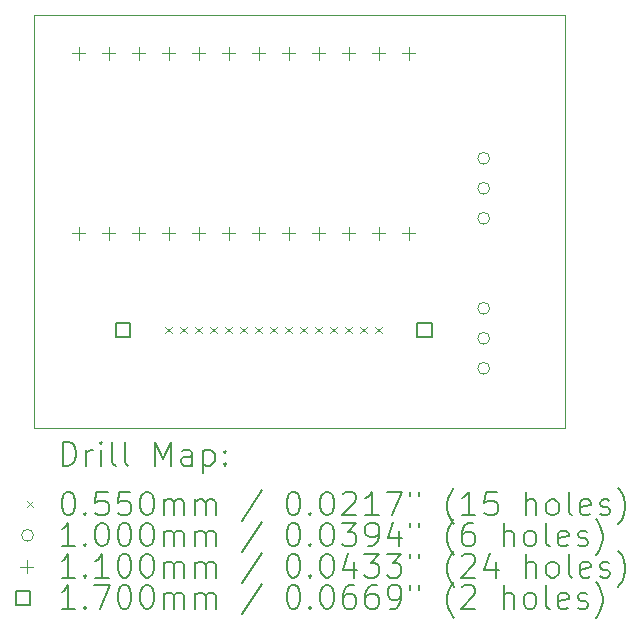
<source format=gbr>
%TF.GenerationSoftware,KiCad,Pcbnew,7.0.1*%
%TF.CreationDate,2023-04-10T15:17:27+02:00*%
%TF.ProjectId,LightingNodeProV2,4c696768-7469-46e6-974e-6f646550726f,rev?*%
%TF.SameCoordinates,Original*%
%TF.FileFunction,Drillmap*%
%TF.FilePolarity,Positive*%
%FSLAX45Y45*%
G04 Gerber Fmt 4.5, Leading zero omitted, Abs format (unit mm)*
G04 Created by KiCad (PCBNEW 7.0.1) date 2023-04-10 15:17:27*
%MOMM*%
%LPD*%
G01*
G04 APERTURE LIST*
%ADD10C,0.050000*%
%ADD11C,0.200000*%
%ADD12C,0.055000*%
%ADD13C,0.100000*%
%ADD14C,0.110000*%
%ADD15C,0.170000*%
G04 APERTURE END LIST*
D10*
X16692000Y-11068000D02*
X16692000Y-7568000D01*
X16692000Y-11068000D02*
X12192000Y-11068000D01*
X16692000Y-7568000D02*
X12192000Y-7568000D01*
X12192000Y-11068000D02*
X12192000Y-7568000D01*
D11*
D12*
X13307500Y-10206500D02*
X13362500Y-10261500D01*
X13362500Y-10206500D02*
X13307500Y-10261500D01*
X13434500Y-10206500D02*
X13489500Y-10261500D01*
X13489500Y-10206500D02*
X13434500Y-10261500D01*
X13561500Y-10206500D02*
X13616500Y-10261500D01*
X13616500Y-10206500D02*
X13561500Y-10261500D01*
X13688500Y-10206500D02*
X13743500Y-10261500D01*
X13743500Y-10206500D02*
X13688500Y-10261500D01*
X13815500Y-10206500D02*
X13870500Y-10261500D01*
X13870500Y-10206500D02*
X13815500Y-10261500D01*
X13942500Y-10206500D02*
X13997500Y-10261500D01*
X13997500Y-10206500D02*
X13942500Y-10261500D01*
X14069500Y-10206500D02*
X14124500Y-10261500D01*
X14124500Y-10206500D02*
X14069500Y-10261500D01*
X14196500Y-10206500D02*
X14251500Y-10261500D01*
X14251500Y-10206500D02*
X14196500Y-10261500D01*
X14323500Y-10206500D02*
X14378500Y-10261500D01*
X14378500Y-10206500D02*
X14323500Y-10261500D01*
X14450500Y-10206500D02*
X14505500Y-10261500D01*
X14505500Y-10206500D02*
X14450500Y-10261500D01*
X14577500Y-10206500D02*
X14632500Y-10261500D01*
X14632500Y-10206500D02*
X14577500Y-10261500D01*
X14704500Y-10206500D02*
X14759500Y-10261500D01*
X14759500Y-10206500D02*
X14704500Y-10261500D01*
X14831500Y-10206500D02*
X14886500Y-10261500D01*
X14886500Y-10206500D02*
X14831500Y-10261500D01*
X14958500Y-10206500D02*
X15013500Y-10261500D01*
X15013500Y-10206500D02*
X14958500Y-10261500D01*
X15085500Y-10206500D02*
X15140500Y-10261500D01*
X15140500Y-10206500D02*
X15085500Y-10261500D01*
D13*
X16052000Y-8782000D02*
G75*
G03*
X16052000Y-8782000I-50000J0D01*
G01*
X16052000Y-9036000D02*
G75*
G03*
X16052000Y-9036000I-50000J0D01*
G01*
X16052000Y-9290000D02*
G75*
G03*
X16052000Y-9290000I-50000J0D01*
G01*
X16052000Y-10052000D02*
G75*
G03*
X16052000Y-10052000I-50000J0D01*
G01*
X16052000Y-10306000D02*
G75*
G03*
X16052000Y-10306000I-50000J0D01*
G01*
X16052000Y-10560000D02*
G75*
G03*
X16052000Y-10560000I-50000J0D01*
G01*
D14*
X12573000Y-7838000D02*
X12573000Y-7948000D01*
X12518000Y-7893000D02*
X12628000Y-7893000D01*
X12573000Y-9362000D02*
X12573000Y-9472000D01*
X12518000Y-9417000D02*
X12628000Y-9417000D01*
X12827000Y-7838000D02*
X12827000Y-7948000D01*
X12772000Y-7893000D02*
X12882000Y-7893000D01*
X12827000Y-9362000D02*
X12827000Y-9472000D01*
X12772000Y-9417000D02*
X12882000Y-9417000D01*
X13081000Y-7838000D02*
X13081000Y-7948000D01*
X13026000Y-7893000D02*
X13136000Y-7893000D01*
X13081000Y-9362000D02*
X13081000Y-9472000D01*
X13026000Y-9417000D02*
X13136000Y-9417000D01*
X13335000Y-7838000D02*
X13335000Y-7948000D01*
X13280000Y-7893000D02*
X13390000Y-7893000D01*
X13335000Y-9362000D02*
X13335000Y-9472000D01*
X13280000Y-9417000D02*
X13390000Y-9417000D01*
X13589000Y-7838000D02*
X13589000Y-7948000D01*
X13534000Y-7893000D02*
X13644000Y-7893000D01*
X13589000Y-9362000D02*
X13589000Y-9472000D01*
X13534000Y-9417000D02*
X13644000Y-9417000D01*
X13843000Y-7838000D02*
X13843000Y-7948000D01*
X13788000Y-7893000D02*
X13898000Y-7893000D01*
X13843000Y-9362000D02*
X13843000Y-9472000D01*
X13788000Y-9417000D02*
X13898000Y-9417000D01*
X14097000Y-7838000D02*
X14097000Y-7948000D01*
X14042000Y-7893000D02*
X14152000Y-7893000D01*
X14097000Y-9362000D02*
X14097000Y-9472000D01*
X14042000Y-9417000D02*
X14152000Y-9417000D01*
X14351000Y-7838000D02*
X14351000Y-7948000D01*
X14296000Y-7893000D02*
X14406000Y-7893000D01*
X14351000Y-9362000D02*
X14351000Y-9472000D01*
X14296000Y-9417000D02*
X14406000Y-9417000D01*
X14605000Y-7838000D02*
X14605000Y-7948000D01*
X14550000Y-7893000D02*
X14660000Y-7893000D01*
X14605000Y-9362000D02*
X14605000Y-9472000D01*
X14550000Y-9417000D02*
X14660000Y-9417000D01*
X14859000Y-7838000D02*
X14859000Y-7948000D01*
X14804000Y-7893000D02*
X14914000Y-7893000D01*
X14859000Y-9362000D02*
X14859000Y-9472000D01*
X14804000Y-9417000D02*
X14914000Y-9417000D01*
X15113000Y-7838000D02*
X15113000Y-7948000D01*
X15058000Y-7893000D02*
X15168000Y-7893000D01*
X15113000Y-9362000D02*
X15113000Y-9472000D01*
X15058000Y-9417000D02*
X15168000Y-9417000D01*
X15367000Y-7838000D02*
X15367000Y-7948000D01*
X15312000Y-7893000D02*
X15422000Y-7893000D01*
X15367000Y-9362000D02*
X15367000Y-9472000D01*
X15312000Y-9417000D02*
X15422000Y-9417000D01*
D15*
X13007105Y-10294105D02*
X13007105Y-10173895D01*
X12886895Y-10173895D01*
X12886895Y-10294105D01*
X13007105Y-10294105D01*
X15561105Y-10294105D02*
X15561105Y-10173895D01*
X15440895Y-10173895D01*
X15440895Y-10294105D01*
X15561105Y-10294105D01*
D11*
X12437119Y-11383024D02*
X12437119Y-11183024D01*
X12437119Y-11183024D02*
X12484738Y-11183024D01*
X12484738Y-11183024D02*
X12513309Y-11192548D01*
X12513309Y-11192548D02*
X12532357Y-11211595D01*
X12532357Y-11211595D02*
X12541881Y-11230643D01*
X12541881Y-11230643D02*
X12551405Y-11268738D01*
X12551405Y-11268738D02*
X12551405Y-11297309D01*
X12551405Y-11297309D02*
X12541881Y-11335405D01*
X12541881Y-11335405D02*
X12532357Y-11354452D01*
X12532357Y-11354452D02*
X12513309Y-11373500D01*
X12513309Y-11373500D02*
X12484738Y-11383024D01*
X12484738Y-11383024D02*
X12437119Y-11383024D01*
X12637119Y-11383024D02*
X12637119Y-11249690D01*
X12637119Y-11287786D02*
X12646643Y-11268738D01*
X12646643Y-11268738D02*
X12656167Y-11259214D01*
X12656167Y-11259214D02*
X12675214Y-11249690D01*
X12675214Y-11249690D02*
X12694262Y-11249690D01*
X12760928Y-11383024D02*
X12760928Y-11249690D01*
X12760928Y-11183024D02*
X12751405Y-11192548D01*
X12751405Y-11192548D02*
X12760928Y-11202071D01*
X12760928Y-11202071D02*
X12770452Y-11192548D01*
X12770452Y-11192548D02*
X12760928Y-11183024D01*
X12760928Y-11183024D02*
X12760928Y-11202071D01*
X12884738Y-11383024D02*
X12865690Y-11373500D01*
X12865690Y-11373500D02*
X12856167Y-11354452D01*
X12856167Y-11354452D02*
X12856167Y-11183024D01*
X12989500Y-11383024D02*
X12970452Y-11373500D01*
X12970452Y-11373500D02*
X12960928Y-11354452D01*
X12960928Y-11354452D02*
X12960928Y-11183024D01*
X13218071Y-11383024D02*
X13218071Y-11183024D01*
X13218071Y-11183024D02*
X13284738Y-11325881D01*
X13284738Y-11325881D02*
X13351405Y-11183024D01*
X13351405Y-11183024D02*
X13351405Y-11383024D01*
X13532357Y-11383024D02*
X13532357Y-11278262D01*
X13532357Y-11278262D02*
X13522833Y-11259214D01*
X13522833Y-11259214D02*
X13503786Y-11249690D01*
X13503786Y-11249690D02*
X13465690Y-11249690D01*
X13465690Y-11249690D02*
X13446643Y-11259214D01*
X13532357Y-11373500D02*
X13513309Y-11383024D01*
X13513309Y-11383024D02*
X13465690Y-11383024D01*
X13465690Y-11383024D02*
X13446643Y-11373500D01*
X13446643Y-11373500D02*
X13437119Y-11354452D01*
X13437119Y-11354452D02*
X13437119Y-11335405D01*
X13437119Y-11335405D02*
X13446643Y-11316357D01*
X13446643Y-11316357D02*
X13465690Y-11306833D01*
X13465690Y-11306833D02*
X13513309Y-11306833D01*
X13513309Y-11306833D02*
X13532357Y-11297309D01*
X13627595Y-11249690D02*
X13627595Y-11449690D01*
X13627595Y-11259214D02*
X13646643Y-11249690D01*
X13646643Y-11249690D02*
X13684738Y-11249690D01*
X13684738Y-11249690D02*
X13703786Y-11259214D01*
X13703786Y-11259214D02*
X13713309Y-11268738D01*
X13713309Y-11268738D02*
X13722833Y-11287786D01*
X13722833Y-11287786D02*
X13722833Y-11344928D01*
X13722833Y-11344928D02*
X13713309Y-11363976D01*
X13713309Y-11363976D02*
X13703786Y-11373500D01*
X13703786Y-11373500D02*
X13684738Y-11383024D01*
X13684738Y-11383024D02*
X13646643Y-11383024D01*
X13646643Y-11383024D02*
X13627595Y-11373500D01*
X13808548Y-11363976D02*
X13818071Y-11373500D01*
X13818071Y-11373500D02*
X13808548Y-11383024D01*
X13808548Y-11383024D02*
X13799024Y-11373500D01*
X13799024Y-11373500D02*
X13808548Y-11363976D01*
X13808548Y-11363976D02*
X13808548Y-11383024D01*
X13808548Y-11259214D02*
X13818071Y-11268738D01*
X13818071Y-11268738D02*
X13808548Y-11278262D01*
X13808548Y-11278262D02*
X13799024Y-11268738D01*
X13799024Y-11268738D02*
X13808548Y-11259214D01*
X13808548Y-11259214D02*
X13808548Y-11278262D01*
D12*
X12134500Y-11683000D02*
X12189500Y-11738000D01*
X12189500Y-11683000D02*
X12134500Y-11738000D01*
D11*
X12475214Y-11603024D02*
X12494262Y-11603024D01*
X12494262Y-11603024D02*
X12513309Y-11612548D01*
X12513309Y-11612548D02*
X12522833Y-11622071D01*
X12522833Y-11622071D02*
X12532357Y-11641119D01*
X12532357Y-11641119D02*
X12541881Y-11679214D01*
X12541881Y-11679214D02*
X12541881Y-11726833D01*
X12541881Y-11726833D02*
X12532357Y-11764928D01*
X12532357Y-11764928D02*
X12522833Y-11783976D01*
X12522833Y-11783976D02*
X12513309Y-11793500D01*
X12513309Y-11793500D02*
X12494262Y-11803024D01*
X12494262Y-11803024D02*
X12475214Y-11803024D01*
X12475214Y-11803024D02*
X12456167Y-11793500D01*
X12456167Y-11793500D02*
X12446643Y-11783976D01*
X12446643Y-11783976D02*
X12437119Y-11764928D01*
X12437119Y-11764928D02*
X12427595Y-11726833D01*
X12427595Y-11726833D02*
X12427595Y-11679214D01*
X12427595Y-11679214D02*
X12437119Y-11641119D01*
X12437119Y-11641119D02*
X12446643Y-11622071D01*
X12446643Y-11622071D02*
X12456167Y-11612548D01*
X12456167Y-11612548D02*
X12475214Y-11603024D01*
X12627595Y-11783976D02*
X12637119Y-11793500D01*
X12637119Y-11793500D02*
X12627595Y-11803024D01*
X12627595Y-11803024D02*
X12618071Y-11793500D01*
X12618071Y-11793500D02*
X12627595Y-11783976D01*
X12627595Y-11783976D02*
X12627595Y-11803024D01*
X12818071Y-11603024D02*
X12722833Y-11603024D01*
X12722833Y-11603024D02*
X12713309Y-11698262D01*
X12713309Y-11698262D02*
X12722833Y-11688738D01*
X12722833Y-11688738D02*
X12741881Y-11679214D01*
X12741881Y-11679214D02*
X12789500Y-11679214D01*
X12789500Y-11679214D02*
X12808548Y-11688738D01*
X12808548Y-11688738D02*
X12818071Y-11698262D01*
X12818071Y-11698262D02*
X12827595Y-11717309D01*
X12827595Y-11717309D02*
X12827595Y-11764928D01*
X12827595Y-11764928D02*
X12818071Y-11783976D01*
X12818071Y-11783976D02*
X12808548Y-11793500D01*
X12808548Y-11793500D02*
X12789500Y-11803024D01*
X12789500Y-11803024D02*
X12741881Y-11803024D01*
X12741881Y-11803024D02*
X12722833Y-11793500D01*
X12722833Y-11793500D02*
X12713309Y-11783976D01*
X13008548Y-11603024D02*
X12913309Y-11603024D01*
X12913309Y-11603024D02*
X12903786Y-11698262D01*
X12903786Y-11698262D02*
X12913309Y-11688738D01*
X12913309Y-11688738D02*
X12932357Y-11679214D01*
X12932357Y-11679214D02*
X12979976Y-11679214D01*
X12979976Y-11679214D02*
X12999024Y-11688738D01*
X12999024Y-11688738D02*
X13008548Y-11698262D01*
X13008548Y-11698262D02*
X13018071Y-11717309D01*
X13018071Y-11717309D02*
X13018071Y-11764928D01*
X13018071Y-11764928D02*
X13008548Y-11783976D01*
X13008548Y-11783976D02*
X12999024Y-11793500D01*
X12999024Y-11793500D02*
X12979976Y-11803024D01*
X12979976Y-11803024D02*
X12932357Y-11803024D01*
X12932357Y-11803024D02*
X12913309Y-11793500D01*
X12913309Y-11793500D02*
X12903786Y-11783976D01*
X13141881Y-11603024D02*
X13160929Y-11603024D01*
X13160929Y-11603024D02*
X13179976Y-11612548D01*
X13179976Y-11612548D02*
X13189500Y-11622071D01*
X13189500Y-11622071D02*
X13199024Y-11641119D01*
X13199024Y-11641119D02*
X13208548Y-11679214D01*
X13208548Y-11679214D02*
X13208548Y-11726833D01*
X13208548Y-11726833D02*
X13199024Y-11764928D01*
X13199024Y-11764928D02*
X13189500Y-11783976D01*
X13189500Y-11783976D02*
X13179976Y-11793500D01*
X13179976Y-11793500D02*
X13160929Y-11803024D01*
X13160929Y-11803024D02*
X13141881Y-11803024D01*
X13141881Y-11803024D02*
X13122833Y-11793500D01*
X13122833Y-11793500D02*
X13113309Y-11783976D01*
X13113309Y-11783976D02*
X13103786Y-11764928D01*
X13103786Y-11764928D02*
X13094262Y-11726833D01*
X13094262Y-11726833D02*
X13094262Y-11679214D01*
X13094262Y-11679214D02*
X13103786Y-11641119D01*
X13103786Y-11641119D02*
X13113309Y-11622071D01*
X13113309Y-11622071D02*
X13122833Y-11612548D01*
X13122833Y-11612548D02*
X13141881Y-11603024D01*
X13294262Y-11803024D02*
X13294262Y-11669690D01*
X13294262Y-11688738D02*
X13303786Y-11679214D01*
X13303786Y-11679214D02*
X13322833Y-11669690D01*
X13322833Y-11669690D02*
X13351405Y-11669690D01*
X13351405Y-11669690D02*
X13370452Y-11679214D01*
X13370452Y-11679214D02*
X13379976Y-11698262D01*
X13379976Y-11698262D02*
X13379976Y-11803024D01*
X13379976Y-11698262D02*
X13389500Y-11679214D01*
X13389500Y-11679214D02*
X13408548Y-11669690D01*
X13408548Y-11669690D02*
X13437119Y-11669690D01*
X13437119Y-11669690D02*
X13456167Y-11679214D01*
X13456167Y-11679214D02*
X13465690Y-11698262D01*
X13465690Y-11698262D02*
X13465690Y-11803024D01*
X13560929Y-11803024D02*
X13560929Y-11669690D01*
X13560929Y-11688738D02*
X13570452Y-11679214D01*
X13570452Y-11679214D02*
X13589500Y-11669690D01*
X13589500Y-11669690D02*
X13618071Y-11669690D01*
X13618071Y-11669690D02*
X13637119Y-11679214D01*
X13637119Y-11679214D02*
X13646643Y-11698262D01*
X13646643Y-11698262D02*
X13646643Y-11803024D01*
X13646643Y-11698262D02*
X13656167Y-11679214D01*
X13656167Y-11679214D02*
X13675214Y-11669690D01*
X13675214Y-11669690D02*
X13703786Y-11669690D01*
X13703786Y-11669690D02*
X13722833Y-11679214D01*
X13722833Y-11679214D02*
X13732357Y-11698262D01*
X13732357Y-11698262D02*
X13732357Y-11803024D01*
X14122833Y-11593500D02*
X13951405Y-11850643D01*
X14379976Y-11603024D02*
X14399024Y-11603024D01*
X14399024Y-11603024D02*
X14418072Y-11612548D01*
X14418072Y-11612548D02*
X14427595Y-11622071D01*
X14427595Y-11622071D02*
X14437119Y-11641119D01*
X14437119Y-11641119D02*
X14446643Y-11679214D01*
X14446643Y-11679214D02*
X14446643Y-11726833D01*
X14446643Y-11726833D02*
X14437119Y-11764928D01*
X14437119Y-11764928D02*
X14427595Y-11783976D01*
X14427595Y-11783976D02*
X14418072Y-11793500D01*
X14418072Y-11793500D02*
X14399024Y-11803024D01*
X14399024Y-11803024D02*
X14379976Y-11803024D01*
X14379976Y-11803024D02*
X14360929Y-11793500D01*
X14360929Y-11793500D02*
X14351405Y-11783976D01*
X14351405Y-11783976D02*
X14341881Y-11764928D01*
X14341881Y-11764928D02*
X14332357Y-11726833D01*
X14332357Y-11726833D02*
X14332357Y-11679214D01*
X14332357Y-11679214D02*
X14341881Y-11641119D01*
X14341881Y-11641119D02*
X14351405Y-11622071D01*
X14351405Y-11622071D02*
X14360929Y-11612548D01*
X14360929Y-11612548D02*
X14379976Y-11603024D01*
X14532357Y-11783976D02*
X14541881Y-11793500D01*
X14541881Y-11793500D02*
X14532357Y-11803024D01*
X14532357Y-11803024D02*
X14522833Y-11793500D01*
X14522833Y-11793500D02*
X14532357Y-11783976D01*
X14532357Y-11783976D02*
X14532357Y-11803024D01*
X14665691Y-11603024D02*
X14684738Y-11603024D01*
X14684738Y-11603024D02*
X14703786Y-11612548D01*
X14703786Y-11612548D02*
X14713310Y-11622071D01*
X14713310Y-11622071D02*
X14722833Y-11641119D01*
X14722833Y-11641119D02*
X14732357Y-11679214D01*
X14732357Y-11679214D02*
X14732357Y-11726833D01*
X14732357Y-11726833D02*
X14722833Y-11764928D01*
X14722833Y-11764928D02*
X14713310Y-11783976D01*
X14713310Y-11783976D02*
X14703786Y-11793500D01*
X14703786Y-11793500D02*
X14684738Y-11803024D01*
X14684738Y-11803024D02*
X14665691Y-11803024D01*
X14665691Y-11803024D02*
X14646643Y-11793500D01*
X14646643Y-11793500D02*
X14637119Y-11783976D01*
X14637119Y-11783976D02*
X14627595Y-11764928D01*
X14627595Y-11764928D02*
X14618072Y-11726833D01*
X14618072Y-11726833D02*
X14618072Y-11679214D01*
X14618072Y-11679214D02*
X14627595Y-11641119D01*
X14627595Y-11641119D02*
X14637119Y-11622071D01*
X14637119Y-11622071D02*
X14646643Y-11612548D01*
X14646643Y-11612548D02*
X14665691Y-11603024D01*
X14808548Y-11622071D02*
X14818072Y-11612548D01*
X14818072Y-11612548D02*
X14837119Y-11603024D01*
X14837119Y-11603024D02*
X14884738Y-11603024D01*
X14884738Y-11603024D02*
X14903786Y-11612548D01*
X14903786Y-11612548D02*
X14913310Y-11622071D01*
X14913310Y-11622071D02*
X14922833Y-11641119D01*
X14922833Y-11641119D02*
X14922833Y-11660167D01*
X14922833Y-11660167D02*
X14913310Y-11688738D01*
X14913310Y-11688738D02*
X14799024Y-11803024D01*
X14799024Y-11803024D02*
X14922833Y-11803024D01*
X15113310Y-11803024D02*
X14999024Y-11803024D01*
X15056167Y-11803024D02*
X15056167Y-11603024D01*
X15056167Y-11603024D02*
X15037119Y-11631595D01*
X15037119Y-11631595D02*
X15018072Y-11650643D01*
X15018072Y-11650643D02*
X14999024Y-11660167D01*
X15179976Y-11603024D02*
X15313310Y-11603024D01*
X15313310Y-11603024D02*
X15227595Y-11803024D01*
X15379976Y-11603024D02*
X15379976Y-11641119D01*
X15456167Y-11603024D02*
X15456167Y-11641119D01*
X15751405Y-11879214D02*
X15741881Y-11869690D01*
X15741881Y-11869690D02*
X15722834Y-11841119D01*
X15722834Y-11841119D02*
X15713310Y-11822071D01*
X15713310Y-11822071D02*
X15703786Y-11793500D01*
X15703786Y-11793500D02*
X15694262Y-11745881D01*
X15694262Y-11745881D02*
X15694262Y-11707786D01*
X15694262Y-11707786D02*
X15703786Y-11660167D01*
X15703786Y-11660167D02*
X15713310Y-11631595D01*
X15713310Y-11631595D02*
X15722834Y-11612548D01*
X15722834Y-11612548D02*
X15741881Y-11583976D01*
X15741881Y-11583976D02*
X15751405Y-11574452D01*
X15932357Y-11803024D02*
X15818072Y-11803024D01*
X15875214Y-11803024D02*
X15875214Y-11603024D01*
X15875214Y-11603024D02*
X15856167Y-11631595D01*
X15856167Y-11631595D02*
X15837119Y-11650643D01*
X15837119Y-11650643D02*
X15818072Y-11660167D01*
X16113310Y-11603024D02*
X16018072Y-11603024D01*
X16018072Y-11603024D02*
X16008548Y-11698262D01*
X16008548Y-11698262D02*
X16018072Y-11688738D01*
X16018072Y-11688738D02*
X16037119Y-11679214D01*
X16037119Y-11679214D02*
X16084738Y-11679214D01*
X16084738Y-11679214D02*
X16103786Y-11688738D01*
X16103786Y-11688738D02*
X16113310Y-11698262D01*
X16113310Y-11698262D02*
X16122834Y-11717309D01*
X16122834Y-11717309D02*
X16122834Y-11764928D01*
X16122834Y-11764928D02*
X16113310Y-11783976D01*
X16113310Y-11783976D02*
X16103786Y-11793500D01*
X16103786Y-11793500D02*
X16084738Y-11803024D01*
X16084738Y-11803024D02*
X16037119Y-11803024D01*
X16037119Y-11803024D02*
X16018072Y-11793500D01*
X16018072Y-11793500D02*
X16008548Y-11783976D01*
X16360929Y-11803024D02*
X16360929Y-11603024D01*
X16446643Y-11803024D02*
X16446643Y-11698262D01*
X16446643Y-11698262D02*
X16437119Y-11679214D01*
X16437119Y-11679214D02*
X16418072Y-11669690D01*
X16418072Y-11669690D02*
X16389500Y-11669690D01*
X16389500Y-11669690D02*
X16370453Y-11679214D01*
X16370453Y-11679214D02*
X16360929Y-11688738D01*
X16570453Y-11803024D02*
X16551405Y-11793500D01*
X16551405Y-11793500D02*
X16541881Y-11783976D01*
X16541881Y-11783976D02*
X16532357Y-11764928D01*
X16532357Y-11764928D02*
X16532357Y-11707786D01*
X16532357Y-11707786D02*
X16541881Y-11688738D01*
X16541881Y-11688738D02*
X16551405Y-11679214D01*
X16551405Y-11679214D02*
X16570453Y-11669690D01*
X16570453Y-11669690D02*
X16599024Y-11669690D01*
X16599024Y-11669690D02*
X16618072Y-11679214D01*
X16618072Y-11679214D02*
X16627596Y-11688738D01*
X16627596Y-11688738D02*
X16637119Y-11707786D01*
X16637119Y-11707786D02*
X16637119Y-11764928D01*
X16637119Y-11764928D02*
X16627596Y-11783976D01*
X16627596Y-11783976D02*
X16618072Y-11793500D01*
X16618072Y-11793500D02*
X16599024Y-11803024D01*
X16599024Y-11803024D02*
X16570453Y-11803024D01*
X16751405Y-11803024D02*
X16732357Y-11793500D01*
X16732357Y-11793500D02*
X16722834Y-11774452D01*
X16722834Y-11774452D02*
X16722834Y-11603024D01*
X16903786Y-11793500D02*
X16884739Y-11803024D01*
X16884739Y-11803024D02*
X16846643Y-11803024D01*
X16846643Y-11803024D02*
X16827596Y-11793500D01*
X16827596Y-11793500D02*
X16818072Y-11774452D01*
X16818072Y-11774452D02*
X16818072Y-11698262D01*
X16818072Y-11698262D02*
X16827596Y-11679214D01*
X16827596Y-11679214D02*
X16846643Y-11669690D01*
X16846643Y-11669690D02*
X16884739Y-11669690D01*
X16884739Y-11669690D02*
X16903786Y-11679214D01*
X16903786Y-11679214D02*
X16913310Y-11698262D01*
X16913310Y-11698262D02*
X16913310Y-11717309D01*
X16913310Y-11717309D02*
X16818072Y-11736357D01*
X16989500Y-11793500D02*
X17008548Y-11803024D01*
X17008548Y-11803024D02*
X17046643Y-11803024D01*
X17046643Y-11803024D02*
X17065691Y-11793500D01*
X17065691Y-11793500D02*
X17075215Y-11774452D01*
X17075215Y-11774452D02*
X17075215Y-11764928D01*
X17075215Y-11764928D02*
X17065691Y-11745881D01*
X17065691Y-11745881D02*
X17046643Y-11736357D01*
X17046643Y-11736357D02*
X17018072Y-11736357D01*
X17018072Y-11736357D02*
X16999024Y-11726833D01*
X16999024Y-11726833D02*
X16989500Y-11707786D01*
X16989500Y-11707786D02*
X16989500Y-11698262D01*
X16989500Y-11698262D02*
X16999024Y-11679214D01*
X16999024Y-11679214D02*
X17018072Y-11669690D01*
X17018072Y-11669690D02*
X17046643Y-11669690D01*
X17046643Y-11669690D02*
X17065691Y-11679214D01*
X17141881Y-11879214D02*
X17151405Y-11869690D01*
X17151405Y-11869690D02*
X17170453Y-11841119D01*
X17170453Y-11841119D02*
X17179977Y-11822071D01*
X17179977Y-11822071D02*
X17189500Y-11793500D01*
X17189500Y-11793500D02*
X17199024Y-11745881D01*
X17199024Y-11745881D02*
X17199024Y-11707786D01*
X17199024Y-11707786D02*
X17189500Y-11660167D01*
X17189500Y-11660167D02*
X17179977Y-11631595D01*
X17179977Y-11631595D02*
X17170453Y-11612548D01*
X17170453Y-11612548D02*
X17151405Y-11583976D01*
X17151405Y-11583976D02*
X17141881Y-11574452D01*
D13*
X12189500Y-11974500D02*
G75*
G03*
X12189500Y-11974500I-50000J0D01*
G01*
D11*
X12541881Y-12067024D02*
X12427595Y-12067024D01*
X12484738Y-12067024D02*
X12484738Y-11867024D01*
X12484738Y-11867024D02*
X12465690Y-11895595D01*
X12465690Y-11895595D02*
X12446643Y-11914643D01*
X12446643Y-11914643D02*
X12427595Y-11924167D01*
X12627595Y-12047976D02*
X12637119Y-12057500D01*
X12637119Y-12057500D02*
X12627595Y-12067024D01*
X12627595Y-12067024D02*
X12618071Y-12057500D01*
X12618071Y-12057500D02*
X12627595Y-12047976D01*
X12627595Y-12047976D02*
X12627595Y-12067024D01*
X12760928Y-11867024D02*
X12779976Y-11867024D01*
X12779976Y-11867024D02*
X12799024Y-11876548D01*
X12799024Y-11876548D02*
X12808548Y-11886071D01*
X12808548Y-11886071D02*
X12818071Y-11905119D01*
X12818071Y-11905119D02*
X12827595Y-11943214D01*
X12827595Y-11943214D02*
X12827595Y-11990833D01*
X12827595Y-11990833D02*
X12818071Y-12028928D01*
X12818071Y-12028928D02*
X12808548Y-12047976D01*
X12808548Y-12047976D02*
X12799024Y-12057500D01*
X12799024Y-12057500D02*
X12779976Y-12067024D01*
X12779976Y-12067024D02*
X12760928Y-12067024D01*
X12760928Y-12067024D02*
X12741881Y-12057500D01*
X12741881Y-12057500D02*
X12732357Y-12047976D01*
X12732357Y-12047976D02*
X12722833Y-12028928D01*
X12722833Y-12028928D02*
X12713309Y-11990833D01*
X12713309Y-11990833D02*
X12713309Y-11943214D01*
X12713309Y-11943214D02*
X12722833Y-11905119D01*
X12722833Y-11905119D02*
X12732357Y-11886071D01*
X12732357Y-11886071D02*
X12741881Y-11876548D01*
X12741881Y-11876548D02*
X12760928Y-11867024D01*
X12951405Y-11867024D02*
X12970452Y-11867024D01*
X12970452Y-11867024D02*
X12989500Y-11876548D01*
X12989500Y-11876548D02*
X12999024Y-11886071D01*
X12999024Y-11886071D02*
X13008548Y-11905119D01*
X13008548Y-11905119D02*
X13018071Y-11943214D01*
X13018071Y-11943214D02*
X13018071Y-11990833D01*
X13018071Y-11990833D02*
X13008548Y-12028928D01*
X13008548Y-12028928D02*
X12999024Y-12047976D01*
X12999024Y-12047976D02*
X12989500Y-12057500D01*
X12989500Y-12057500D02*
X12970452Y-12067024D01*
X12970452Y-12067024D02*
X12951405Y-12067024D01*
X12951405Y-12067024D02*
X12932357Y-12057500D01*
X12932357Y-12057500D02*
X12922833Y-12047976D01*
X12922833Y-12047976D02*
X12913309Y-12028928D01*
X12913309Y-12028928D02*
X12903786Y-11990833D01*
X12903786Y-11990833D02*
X12903786Y-11943214D01*
X12903786Y-11943214D02*
X12913309Y-11905119D01*
X12913309Y-11905119D02*
X12922833Y-11886071D01*
X12922833Y-11886071D02*
X12932357Y-11876548D01*
X12932357Y-11876548D02*
X12951405Y-11867024D01*
X13141881Y-11867024D02*
X13160929Y-11867024D01*
X13160929Y-11867024D02*
X13179976Y-11876548D01*
X13179976Y-11876548D02*
X13189500Y-11886071D01*
X13189500Y-11886071D02*
X13199024Y-11905119D01*
X13199024Y-11905119D02*
X13208548Y-11943214D01*
X13208548Y-11943214D02*
X13208548Y-11990833D01*
X13208548Y-11990833D02*
X13199024Y-12028928D01*
X13199024Y-12028928D02*
X13189500Y-12047976D01*
X13189500Y-12047976D02*
X13179976Y-12057500D01*
X13179976Y-12057500D02*
X13160929Y-12067024D01*
X13160929Y-12067024D02*
X13141881Y-12067024D01*
X13141881Y-12067024D02*
X13122833Y-12057500D01*
X13122833Y-12057500D02*
X13113309Y-12047976D01*
X13113309Y-12047976D02*
X13103786Y-12028928D01*
X13103786Y-12028928D02*
X13094262Y-11990833D01*
X13094262Y-11990833D02*
X13094262Y-11943214D01*
X13094262Y-11943214D02*
X13103786Y-11905119D01*
X13103786Y-11905119D02*
X13113309Y-11886071D01*
X13113309Y-11886071D02*
X13122833Y-11876548D01*
X13122833Y-11876548D02*
X13141881Y-11867024D01*
X13294262Y-12067024D02*
X13294262Y-11933690D01*
X13294262Y-11952738D02*
X13303786Y-11943214D01*
X13303786Y-11943214D02*
X13322833Y-11933690D01*
X13322833Y-11933690D02*
X13351405Y-11933690D01*
X13351405Y-11933690D02*
X13370452Y-11943214D01*
X13370452Y-11943214D02*
X13379976Y-11962262D01*
X13379976Y-11962262D02*
X13379976Y-12067024D01*
X13379976Y-11962262D02*
X13389500Y-11943214D01*
X13389500Y-11943214D02*
X13408548Y-11933690D01*
X13408548Y-11933690D02*
X13437119Y-11933690D01*
X13437119Y-11933690D02*
X13456167Y-11943214D01*
X13456167Y-11943214D02*
X13465690Y-11962262D01*
X13465690Y-11962262D02*
X13465690Y-12067024D01*
X13560929Y-12067024D02*
X13560929Y-11933690D01*
X13560929Y-11952738D02*
X13570452Y-11943214D01*
X13570452Y-11943214D02*
X13589500Y-11933690D01*
X13589500Y-11933690D02*
X13618071Y-11933690D01*
X13618071Y-11933690D02*
X13637119Y-11943214D01*
X13637119Y-11943214D02*
X13646643Y-11962262D01*
X13646643Y-11962262D02*
X13646643Y-12067024D01*
X13646643Y-11962262D02*
X13656167Y-11943214D01*
X13656167Y-11943214D02*
X13675214Y-11933690D01*
X13675214Y-11933690D02*
X13703786Y-11933690D01*
X13703786Y-11933690D02*
X13722833Y-11943214D01*
X13722833Y-11943214D02*
X13732357Y-11962262D01*
X13732357Y-11962262D02*
X13732357Y-12067024D01*
X14122833Y-11857500D02*
X13951405Y-12114643D01*
X14379976Y-11867024D02*
X14399024Y-11867024D01*
X14399024Y-11867024D02*
X14418072Y-11876548D01*
X14418072Y-11876548D02*
X14427595Y-11886071D01*
X14427595Y-11886071D02*
X14437119Y-11905119D01*
X14437119Y-11905119D02*
X14446643Y-11943214D01*
X14446643Y-11943214D02*
X14446643Y-11990833D01*
X14446643Y-11990833D02*
X14437119Y-12028928D01*
X14437119Y-12028928D02*
X14427595Y-12047976D01*
X14427595Y-12047976D02*
X14418072Y-12057500D01*
X14418072Y-12057500D02*
X14399024Y-12067024D01*
X14399024Y-12067024D02*
X14379976Y-12067024D01*
X14379976Y-12067024D02*
X14360929Y-12057500D01*
X14360929Y-12057500D02*
X14351405Y-12047976D01*
X14351405Y-12047976D02*
X14341881Y-12028928D01*
X14341881Y-12028928D02*
X14332357Y-11990833D01*
X14332357Y-11990833D02*
X14332357Y-11943214D01*
X14332357Y-11943214D02*
X14341881Y-11905119D01*
X14341881Y-11905119D02*
X14351405Y-11886071D01*
X14351405Y-11886071D02*
X14360929Y-11876548D01*
X14360929Y-11876548D02*
X14379976Y-11867024D01*
X14532357Y-12047976D02*
X14541881Y-12057500D01*
X14541881Y-12057500D02*
X14532357Y-12067024D01*
X14532357Y-12067024D02*
X14522833Y-12057500D01*
X14522833Y-12057500D02*
X14532357Y-12047976D01*
X14532357Y-12047976D02*
X14532357Y-12067024D01*
X14665691Y-11867024D02*
X14684738Y-11867024D01*
X14684738Y-11867024D02*
X14703786Y-11876548D01*
X14703786Y-11876548D02*
X14713310Y-11886071D01*
X14713310Y-11886071D02*
X14722833Y-11905119D01*
X14722833Y-11905119D02*
X14732357Y-11943214D01*
X14732357Y-11943214D02*
X14732357Y-11990833D01*
X14732357Y-11990833D02*
X14722833Y-12028928D01*
X14722833Y-12028928D02*
X14713310Y-12047976D01*
X14713310Y-12047976D02*
X14703786Y-12057500D01*
X14703786Y-12057500D02*
X14684738Y-12067024D01*
X14684738Y-12067024D02*
X14665691Y-12067024D01*
X14665691Y-12067024D02*
X14646643Y-12057500D01*
X14646643Y-12057500D02*
X14637119Y-12047976D01*
X14637119Y-12047976D02*
X14627595Y-12028928D01*
X14627595Y-12028928D02*
X14618072Y-11990833D01*
X14618072Y-11990833D02*
X14618072Y-11943214D01*
X14618072Y-11943214D02*
X14627595Y-11905119D01*
X14627595Y-11905119D02*
X14637119Y-11886071D01*
X14637119Y-11886071D02*
X14646643Y-11876548D01*
X14646643Y-11876548D02*
X14665691Y-11867024D01*
X14799024Y-11867024D02*
X14922833Y-11867024D01*
X14922833Y-11867024D02*
X14856167Y-11943214D01*
X14856167Y-11943214D02*
X14884738Y-11943214D01*
X14884738Y-11943214D02*
X14903786Y-11952738D01*
X14903786Y-11952738D02*
X14913310Y-11962262D01*
X14913310Y-11962262D02*
X14922833Y-11981309D01*
X14922833Y-11981309D02*
X14922833Y-12028928D01*
X14922833Y-12028928D02*
X14913310Y-12047976D01*
X14913310Y-12047976D02*
X14903786Y-12057500D01*
X14903786Y-12057500D02*
X14884738Y-12067024D01*
X14884738Y-12067024D02*
X14827595Y-12067024D01*
X14827595Y-12067024D02*
X14808548Y-12057500D01*
X14808548Y-12057500D02*
X14799024Y-12047976D01*
X15018072Y-12067024D02*
X15056167Y-12067024D01*
X15056167Y-12067024D02*
X15075214Y-12057500D01*
X15075214Y-12057500D02*
X15084738Y-12047976D01*
X15084738Y-12047976D02*
X15103786Y-12019405D01*
X15103786Y-12019405D02*
X15113310Y-11981309D01*
X15113310Y-11981309D02*
X15113310Y-11905119D01*
X15113310Y-11905119D02*
X15103786Y-11886071D01*
X15103786Y-11886071D02*
X15094262Y-11876548D01*
X15094262Y-11876548D02*
X15075214Y-11867024D01*
X15075214Y-11867024D02*
X15037119Y-11867024D01*
X15037119Y-11867024D02*
X15018072Y-11876548D01*
X15018072Y-11876548D02*
X15008548Y-11886071D01*
X15008548Y-11886071D02*
X14999024Y-11905119D01*
X14999024Y-11905119D02*
X14999024Y-11952738D01*
X14999024Y-11952738D02*
X15008548Y-11971786D01*
X15008548Y-11971786D02*
X15018072Y-11981309D01*
X15018072Y-11981309D02*
X15037119Y-11990833D01*
X15037119Y-11990833D02*
X15075214Y-11990833D01*
X15075214Y-11990833D02*
X15094262Y-11981309D01*
X15094262Y-11981309D02*
X15103786Y-11971786D01*
X15103786Y-11971786D02*
X15113310Y-11952738D01*
X15284738Y-11933690D02*
X15284738Y-12067024D01*
X15237119Y-11857500D02*
X15189500Y-12000357D01*
X15189500Y-12000357D02*
X15313310Y-12000357D01*
X15379976Y-11867024D02*
X15379976Y-11905119D01*
X15456167Y-11867024D02*
X15456167Y-11905119D01*
X15751405Y-12143214D02*
X15741881Y-12133690D01*
X15741881Y-12133690D02*
X15722834Y-12105119D01*
X15722834Y-12105119D02*
X15713310Y-12086071D01*
X15713310Y-12086071D02*
X15703786Y-12057500D01*
X15703786Y-12057500D02*
X15694262Y-12009881D01*
X15694262Y-12009881D02*
X15694262Y-11971786D01*
X15694262Y-11971786D02*
X15703786Y-11924167D01*
X15703786Y-11924167D02*
X15713310Y-11895595D01*
X15713310Y-11895595D02*
X15722834Y-11876548D01*
X15722834Y-11876548D02*
X15741881Y-11847976D01*
X15741881Y-11847976D02*
X15751405Y-11838452D01*
X15913310Y-11867024D02*
X15875214Y-11867024D01*
X15875214Y-11867024D02*
X15856167Y-11876548D01*
X15856167Y-11876548D02*
X15846643Y-11886071D01*
X15846643Y-11886071D02*
X15827595Y-11914643D01*
X15827595Y-11914643D02*
X15818072Y-11952738D01*
X15818072Y-11952738D02*
X15818072Y-12028928D01*
X15818072Y-12028928D02*
X15827595Y-12047976D01*
X15827595Y-12047976D02*
X15837119Y-12057500D01*
X15837119Y-12057500D02*
X15856167Y-12067024D01*
X15856167Y-12067024D02*
X15894262Y-12067024D01*
X15894262Y-12067024D02*
X15913310Y-12057500D01*
X15913310Y-12057500D02*
X15922834Y-12047976D01*
X15922834Y-12047976D02*
X15932357Y-12028928D01*
X15932357Y-12028928D02*
X15932357Y-11981309D01*
X15932357Y-11981309D02*
X15922834Y-11962262D01*
X15922834Y-11962262D02*
X15913310Y-11952738D01*
X15913310Y-11952738D02*
X15894262Y-11943214D01*
X15894262Y-11943214D02*
X15856167Y-11943214D01*
X15856167Y-11943214D02*
X15837119Y-11952738D01*
X15837119Y-11952738D02*
X15827595Y-11962262D01*
X15827595Y-11962262D02*
X15818072Y-11981309D01*
X16170453Y-12067024D02*
X16170453Y-11867024D01*
X16256167Y-12067024D02*
X16256167Y-11962262D01*
X16256167Y-11962262D02*
X16246643Y-11943214D01*
X16246643Y-11943214D02*
X16227596Y-11933690D01*
X16227596Y-11933690D02*
X16199024Y-11933690D01*
X16199024Y-11933690D02*
X16179976Y-11943214D01*
X16179976Y-11943214D02*
X16170453Y-11952738D01*
X16379976Y-12067024D02*
X16360929Y-12057500D01*
X16360929Y-12057500D02*
X16351405Y-12047976D01*
X16351405Y-12047976D02*
X16341881Y-12028928D01*
X16341881Y-12028928D02*
X16341881Y-11971786D01*
X16341881Y-11971786D02*
X16351405Y-11952738D01*
X16351405Y-11952738D02*
X16360929Y-11943214D01*
X16360929Y-11943214D02*
X16379976Y-11933690D01*
X16379976Y-11933690D02*
X16408548Y-11933690D01*
X16408548Y-11933690D02*
X16427596Y-11943214D01*
X16427596Y-11943214D02*
X16437119Y-11952738D01*
X16437119Y-11952738D02*
X16446643Y-11971786D01*
X16446643Y-11971786D02*
X16446643Y-12028928D01*
X16446643Y-12028928D02*
X16437119Y-12047976D01*
X16437119Y-12047976D02*
X16427596Y-12057500D01*
X16427596Y-12057500D02*
X16408548Y-12067024D01*
X16408548Y-12067024D02*
X16379976Y-12067024D01*
X16560929Y-12067024D02*
X16541881Y-12057500D01*
X16541881Y-12057500D02*
X16532357Y-12038452D01*
X16532357Y-12038452D02*
X16532357Y-11867024D01*
X16713310Y-12057500D02*
X16694262Y-12067024D01*
X16694262Y-12067024D02*
X16656167Y-12067024D01*
X16656167Y-12067024D02*
X16637119Y-12057500D01*
X16637119Y-12057500D02*
X16627596Y-12038452D01*
X16627596Y-12038452D02*
X16627596Y-11962262D01*
X16627596Y-11962262D02*
X16637119Y-11943214D01*
X16637119Y-11943214D02*
X16656167Y-11933690D01*
X16656167Y-11933690D02*
X16694262Y-11933690D01*
X16694262Y-11933690D02*
X16713310Y-11943214D01*
X16713310Y-11943214D02*
X16722834Y-11962262D01*
X16722834Y-11962262D02*
X16722834Y-11981309D01*
X16722834Y-11981309D02*
X16627596Y-12000357D01*
X16799024Y-12057500D02*
X16818072Y-12067024D01*
X16818072Y-12067024D02*
X16856167Y-12067024D01*
X16856167Y-12067024D02*
X16875215Y-12057500D01*
X16875215Y-12057500D02*
X16884739Y-12038452D01*
X16884739Y-12038452D02*
X16884739Y-12028928D01*
X16884739Y-12028928D02*
X16875215Y-12009881D01*
X16875215Y-12009881D02*
X16856167Y-12000357D01*
X16856167Y-12000357D02*
X16827596Y-12000357D01*
X16827596Y-12000357D02*
X16808548Y-11990833D01*
X16808548Y-11990833D02*
X16799024Y-11971786D01*
X16799024Y-11971786D02*
X16799024Y-11962262D01*
X16799024Y-11962262D02*
X16808548Y-11943214D01*
X16808548Y-11943214D02*
X16827596Y-11933690D01*
X16827596Y-11933690D02*
X16856167Y-11933690D01*
X16856167Y-11933690D02*
X16875215Y-11943214D01*
X16951405Y-12143214D02*
X16960929Y-12133690D01*
X16960929Y-12133690D02*
X16979977Y-12105119D01*
X16979977Y-12105119D02*
X16989500Y-12086071D01*
X16989500Y-12086071D02*
X16999024Y-12057500D01*
X16999024Y-12057500D02*
X17008548Y-12009881D01*
X17008548Y-12009881D02*
X17008548Y-11971786D01*
X17008548Y-11971786D02*
X16999024Y-11924167D01*
X16999024Y-11924167D02*
X16989500Y-11895595D01*
X16989500Y-11895595D02*
X16979977Y-11876548D01*
X16979977Y-11876548D02*
X16960929Y-11847976D01*
X16960929Y-11847976D02*
X16951405Y-11838452D01*
D14*
X12134500Y-12183500D02*
X12134500Y-12293500D01*
X12079500Y-12238500D02*
X12189500Y-12238500D01*
D11*
X12541881Y-12331024D02*
X12427595Y-12331024D01*
X12484738Y-12331024D02*
X12484738Y-12131024D01*
X12484738Y-12131024D02*
X12465690Y-12159595D01*
X12465690Y-12159595D02*
X12446643Y-12178643D01*
X12446643Y-12178643D02*
X12427595Y-12188167D01*
X12627595Y-12311976D02*
X12637119Y-12321500D01*
X12637119Y-12321500D02*
X12627595Y-12331024D01*
X12627595Y-12331024D02*
X12618071Y-12321500D01*
X12618071Y-12321500D02*
X12627595Y-12311976D01*
X12627595Y-12311976D02*
X12627595Y-12331024D01*
X12827595Y-12331024D02*
X12713309Y-12331024D01*
X12770452Y-12331024D02*
X12770452Y-12131024D01*
X12770452Y-12131024D02*
X12751405Y-12159595D01*
X12751405Y-12159595D02*
X12732357Y-12178643D01*
X12732357Y-12178643D02*
X12713309Y-12188167D01*
X12951405Y-12131024D02*
X12970452Y-12131024D01*
X12970452Y-12131024D02*
X12989500Y-12140548D01*
X12989500Y-12140548D02*
X12999024Y-12150071D01*
X12999024Y-12150071D02*
X13008548Y-12169119D01*
X13008548Y-12169119D02*
X13018071Y-12207214D01*
X13018071Y-12207214D02*
X13018071Y-12254833D01*
X13018071Y-12254833D02*
X13008548Y-12292928D01*
X13008548Y-12292928D02*
X12999024Y-12311976D01*
X12999024Y-12311976D02*
X12989500Y-12321500D01*
X12989500Y-12321500D02*
X12970452Y-12331024D01*
X12970452Y-12331024D02*
X12951405Y-12331024D01*
X12951405Y-12331024D02*
X12932357Y-12321500D01*
X12932357Y-12321500D02*
X12922833Y-12311976D01*
X12922833Y-12311976D02*
X12913309Y-12292928D01*
X12913309Y-12292928D02*
X12903786Y-12254833D01*
X12903786Y-12254833D02*
X12903786Y-12207214D01*
X12903786Y-12207214D02*
X12913309Y-12169119D01*
X12913309Y-12169119D02*
X12922833Y-12150071D01*
X12922833Y-12150071D02*
X12932357Y-12140548D01*
X12932357Y-12140548D02*
X12951405Y-12131024D01*
X13141881Y-12131024D02*
X13160929Y-12131024D01*
X13160929Y-12131024D02*
X13179976Y-12140548D01*
X13179976Y-12140548D02*
X13189500Y-12150071D01*
X13189500Y-12150071D02*
X13199024Y-12169119D01*
X13199024Y-12169119D02*
X13208548Y-12207214D01*
X13208548Y-12207214D02*
X13208548Y-12254833D01*
X13208548Y-12254833D02*
X13199024Y-12292928D01*
X13199024Y-12292928D02*
X13189500Y-12311976D01*
X13189500Y-12311976D02*
X13179976Y-12321500D01*
X13179976Y-12321500D02*
X13160929Y-12331024D01*
X13160929Y-12331024D02*
X13141881Y-12331024D01*
X13141881Y-12331024D02*
X13122833Y-12321500D01*
X13122833Y-12321500D02*
X13113309Y-12311976D01*
X13113309Y-12311976D02*
X13103786Y-12292928D01*
X13103786Y-12292928D02*
X13094262Y-12254833D01*
X13094262Y-12254833D02*
X13094262Y-12207214D01*
X13094262Y-12207214D02*
X13103786Y-12169119D01*
X13103786Y-12169119D02*
X13113309Y-12150071D01*
X13113309Y-12150071D02*
X13122833Y-12140548D01*
X13122833Y-12140548D02*
X13141881Y-12131024D01*
X13294262Y-12331024D02*
X13294262Y-12197690D01*
X13294262Y-12216738D02*
X13303786Y-12207214D01*
X13303786Y-12207214D02*
X13322833Y-12197690D01*
X13322833Y-12197690D02*
X13351405Y-12197690D01*
X13351405Y-12197690D02*
X13370452Y-12207214D01*
X13370452Y-12207214D02*
X13379976Y-12226262D01*
X13379976Y-12226262D02*
X13379976Y-12331024D01*
X13379976Y-12226262D02*
X13389500Y-12207214D01*
X13389500Y-12207214D02*
X13408548Y-12197690D01*
X13408548Y-12197690D02*
X13437119Y-12197690D01*
X13437119Y-12197690D02*
X13456167Y-12207214D01*
X13456167Y-12207214D02*
X13465690Y-12226262D01*
X13465690Y-12226262D02*
X13465690Y-12331024D01*
X13560929Y-12331024D02*
X13560929Y-12197690D01*
X13560929Y-12216738D02*
X13570452Y-12207214D01*
X13570452Y-12207214D02*
X13589500Y-12197690D01*
X13589500Y-12197690D02*
X13618071Y-12197690D01*
X13618071Y-12197690D02*
X13637119Y-12207214D01*
X13637119Y-12207214D02*
X13646643Y-12226262D01*
X13646643Y-12226262D02*
X13646643Y-12331024D01*
X13646643Y-12226262D02*
X13656167Y-12207214D01*
X13656167Y-12207214D02*
X13675214Y-12197690D01*
X13675214Y-12197690D02*
X13703786Y-12197690D01*
X13703786Y-12197690D02*
X13722833Y-12207214D01*
X13722833Y-12207214D02*
X13732357Y-12226262D01*
X13732357Y-12226262D02*
X13732357Y-12331024D01*
X14122833Y-12121500D02*
X13951405Y-12378643D01*
X14379976Y-12131024D02*
X14399024Y-12131024D01*
X14399024Y-12131024D02*
X14418072Y-12140548D01*
X14418072Y-12140548D02*
X14427595Y-12150071D01*
X14427595Y-12150071D02*
X14437119Y-12169119D01*
X14437119Y-12169119D02*
X14446643Y-12207214D01*
X14446643Y-12207214D02*
X14446643Y-12254833D01*
X14446643Y-12254833D02*
X14437119Y-12292928D01*
X14437119Y-12292928D02*
X14427595Y-12311976D01*
X14427595Y-12311976D02*
X14418072Y-12321500D01*
X14418072Y-12321500D02*
X14399024Y-12331024D01*
X14399024Y-12331024D02*
X14379976Y-12331024D01*
X14379976Y-12331024D02*
X14360929Y-12321500D01*
X14360929Y-12321500D02*
X14351405Y-12311976D01*
X14351405Y-12311976D02*
X14341881Y-12292928D01*
X14341881Y-12292928D02*
X14332357Y-12254833D01*
X14332357Y-12254833D02*
X14332357Y-12207214D01*
X14332357Y-12207214D02*
X14341881Y-12169119D01*
X14341881Y-12169119D02*
X14351405Y-12150071D01*
X14351405Y-12150071D02*
X14360929Y-12140548D01*
X14360929Y-12140548D02*
X14379976Y-12131024D01*
X14532357Y-12311976D02*
X14541881Y-12321500D01*
X14541881Y-12321500D02*
X14532357Y-12331024D01*
X14532357Y-12331024D02*
X14522833Y-12321500D01*
X14522833Y-12321500D02*
X14532357Y-12311976D01*
X14532357Y-12311976D02*
X14532357Y-12331024D01*
X14665691Y-12131024D02*
X14684738Y-12131024D01*
X14684738Y-12131024D02*
X14703786Y-12140548D01*
X14703786Y-12140548D02*
X14713310Y-12150071D01*
X14713310Y-12150071D02*
X14722833Y-12169119D01*
X14722833Y-12169119D02*
X14732357Y-12207214D01*
X14732357Y-12207214D02*
X14732357Y-12254833D01*
X14732357Y-12254833D02*
X14722833Y-12292928D01*
X14722833Y-12292928D02*
X14713310Y-12311976D01*
X14713310Y-12311976D02*
X14703786Y-12321500D01*
X14703786Y-12321500D02*
X14684738Y-12331024D01*
X14684738Y-12331024D02*
X14665691Y-12331024D01*
X14665691Y-12331024D02*
X14646643Y-12321500D01*
X14646643Y-12321500D02*
X14637119Y-12311976D01*
X14637119Y-12311976D02*
X14627595Y-12292928D01*
X14627595Y-12292928D02*
X14618072Y-12254833D01*
X14618072Y-12254833D02*
X14618072Y-12207214D01*
X14618072Y-12207214D02*
X14627595Y-12169119D01*
X14627595Y-12169119D02*
X14637119Y-12150071D01*
X14637119Y-12150071D02*
X14646643Y-12140548D01*
X14646643Y-12140548D02*
X14665691Y-12131024D01*
X14903786Y-12197690D02*
X14903786Y-12331024D01*
X14856167Y-12121500D02*
X14808548Y-12264357D01*
X14808548Y-12264357D02*
X14932357Y-12264357D01*
X14989500Y-12131024D02*
X15113310Y-12131024D01*
X15113310Y-12131024D02*
X15046643Y-12207214D01*
X15046643Y-12207214D02*
X15075214Y-12207214D01*
X15075214Y-12207214D02*
X15094262Y-12216738D01*
X15094262Y-12216738D02*
X15103786Y-12226262D01*
X15103786Y-12226262D02*
X15113310Y-12245309D01*
X15113310Y-12245309D02*
X15113310Y-12292928D01*
X15113310Y-12292928D02*
X15103786Y-12311976D01*
X15103786Y-12311976D02*
X15094262Y-12321500D01*
X15094262Y-12321500D02*
X15075214Y-12331024D01*
X15075214Y-12331024D02*
X15018072Y-12331024D01*
X15018072Y-12331024D02*
X14999024Y-12321500D01*
X14999024Y-12321500D02*
X14989500Y-12311976D01*
X15179976Y-12131024D02*
X15303786Y-12131024D01*
X15303786Y-12131024D02*
X15237119Y-12207214D01*
X15237119Y-12207214D02*
X15265691Y-12207214D01*
X15265691Y-12207214D02*
X15284738Y-12216738D01*
X15284738Y-12216738D02*
X15294262Y-12226262D01*
X15294262Y-12226262D02*
X15303786Y-12245309D01*
X15303786Y-12245309D02*
X15303786Y-12292928D01*
X15303786Y-12292928D02*
X15294262Y-12311976D01*
X15294262Y-12311976D02*
X15284738Y-12321500D01*
X15284738Y-12321500D02*
X15265691Y-12331024D01*
X15265691Y-12331024D02*
X15208548Y-12331024D01*
X15208548Y-12331024D02*
X15189500Y-12321500D01*
X15189500Y-12321500D02*
X15179976Y-12311976D01*
X15379976Y-12131024D02*
X15379976Y-12169119D01*
X15456167Y-12131024D02*
X15456167Y-12169119D01*
X15751405Y-12407214D02*
X15741881Y-12397690D01*
X15741881Y-12397690D02*
X15722834Y-12369119D01*
X15722834Y-12369119D02*
X15713310Y-12350071D01*
X15713310Y-12350071D02*
X15703786Y-12321500D01*
X15703786Y-12321500D02*
X15694262Y-12273881D01*
X15694262Y-12273881D02*
X15694262Y-12235786D01*
X15694262Y-12235786D02*
X15703786Y-12188167D01*
X15703786Y-12188167D02*
X15713310Y-12159595D01*
X15713310Y-12159595D02*
X15722834Y-12140548D01*
X15722834Y-12140548D02*
X15741881Y-12111976D01*
X15741881Y-12111976D02*
X15751405Y-12102452D01*
X15818072Y-12150071D02*
X15827595Y-12140548D01*
X15827595Y-12140548D02*
X15846643Y-12131024D01*
X15846643Y-12131024D02*
X15894262Y-12131024D01*
X15894262Y-12131024D02*
X15913310Y-12140548D01*
X15913310Y-12140548D02*
X15922834Y-12150071D01*
X15922834Y-12150071D02*
X15932357Y-12169119D01*
X15932357Y-12169119D02*
X15932357Y-12188167D01*
X15932357Y-12188167D02*
X15922834Y-12216738D01*
X15922834Y-12216738D02*
X15808548Y-12331024D01*
X15808548Y-12331024D02*
X15932357Y-12331024D01*
X16103786Y-12197690D02*
X16103786Y-12331024D01*
X16056167Y-12121500D02*
X16008548Y-12264357D01*
X16008548Y-12264357D02*
X16132357Y-12264357D01*
X16360929Y-12331024D02*
X16360929Y-12131024D01*
X16446643Y-12331024D02*
X16446643Y-12226262D01*
X16446643Y-12226262D02*
X16437119Y-12207214D01*
X16437119Y-12207214D02*
X16418072Y-12197690D01*
X16418072Y-12197690D02*
X16389500Y-12197690D01*
X16389500Y-12197690D02*
X16370453Y-12207214D01*
X16370453Y-12207214D02*
X16360929Y-12216738D01*
X16570453Y-12331024D02*
X16551405Y-12321500D01*
X16551405Y-12321500D02*
X16541881Y-12311976D01*
X16541881Y-12311976D02*
X16532357Y-12292928D01*
X16532357Y-12292928D02*
X16532357Y-12235786D01*
X16532357Y-12235786D02*
X16541881Y-12216738D01*
X16541881Y-12216738D02*
X16551405Y-12207214D01*
X16551405Y-12207214D02*
X16570453Y-12197690D01*
X16570453Y-12197690D02*
X16599024Y-12197690D01*
X16599024Y-12197690D02*
X16618072Y-12207214D01*
X16618072Y-12207214D02*
X16627596Y-12216738D01*
X16627596Y-12216738D02*
X16637119Y-12235786D01*
X16637119Y-12235786D02*
X16637119Y-12292928D01*
X16637119Y-12292928D02*
X16627596Y-12311976D01*
X16627596Y-12311976D02*
X16618072Y-12321500D01*
X16618072Y-12321500D02*
X16599024Y-12331024D01*
X16599024Y-12331024D02*
X16570453Y-12331024D01*
X16751405Y-12331024D02*
X16732357Y-12321500D01*
X16732357Y-12321500D02*
X16722834Y-12302452D01*
X16722834Y-12302452D02*
X16722834Y-12131024D01*
X16903786Y-12321500D02*
X16884739Y-12331024D01*
X16884739Y-12331024D02*
X16846643Y-12331024D01*
X16846643Y-12331024D02*
X16827596Y-12321500D01*
X16827596Y-12321500D02*
X16818072Y-12302452D01*
X16818072Y-12302452D02*
X16818072Y-12226262D01*
X16818072Y-12226262D02*
X16827596Y-12207214D01*
X16827596Y-12207214D02*
X16846643Y-12197690D01*
X16846643Y-12197690D02*
X16884739Y-12197690D01*
X16884739Y-12197690D02*
X16903786Y-12207214D01*
X16903786Y-12207214D02*
X16913310Y-12226262D01*
X16913310Y-12226262D02*
X16913310Y-12245309D01*
X16913310Y-12245309D02*
X16818072Y-12264357D01*
X16989500Y-12321500D02*
X17008548Y-12331024D01*
X17008548Y-12331024D02*
X17046643Y-12331024D01*
X17046643Y-12331024D02*
X17065691Y-12321500D01*
X17065691Y-12321500D02*
X17075215Y-12302452D01*
X17075215Y-12302452D02*
X17075215Y-12292928D01*
X17075215Y-12292928D02*
X17065691Y-12273881D01*
X17065691Y-12273881D02*
X17046643Y-12264357D01*
X17046643Y-12264357D02*
X17018072Y-12264357D01*
X17018072Y-12264357D02*
X16999024Y-12254833D01*
X16999024Y-12254833D02*
X16989500Y-12235786D01*
X16989500Y-12235786D02*
X16989500Y-12226262D01*
X16989500Y-12226262D02*
X16999024Y-12207214D01*
X16999024Y-12207214D02*
X17018072Y-12197690D01*
X17018072Y-12197690D02*
X17046643Y-12197690D01*
X17046643Y-12197690D02*
X17065691Y-12207214D01*
X17141881Y-12407214D02*
X17151405Y-12397690D01*
X17151405Y-12397690D02*
X17170453Y-12369119D01*
X17170453Y-12369119D02*
X17179977Y-12350071D01*
X17179977Y-12350071D02*
X17189500Y-12321500D01*
X17189500Y-12321500D02*
X17199024Y-12273881D01*
X17199024Y-12273881D02*
X17199024Y-12235786D01*
X17199024Y-12235786D02*
X17189500Y-12188167D01*
X17189500Y-12188167D02*
X17179977Y-12159595D01*
X17179977Y-12159595D02*
X17170453Y-12140548D01*
X17170453Y-12140548D02*
X17151405Y-12111976D01*
X17151405Y-12111976D02*
X17141881Y-12102452D01*
D15*
X12164605Y-12562605D02*
X12164605Y-12442395D01*
X12044395Y-12442395D01*
X12044395Y-12562605D01*
X12164605Y-12562605D01*
D11*
X12541881Y-12595024D02*
X12427595Y-12595024D01*
X12484738Y-12595024D02*
X12484738Y-12395024D01*
X12484738Y-12395024D02*
X12465690Y-12423595D01*
X12465690Y-12423595D02*
X12446643Y-12442643D01*
X12446643Y-12442643D02*
X12427595Y-12452167D01*
X12627595Y-12575976D02*
X12637119Y-12585500D01*
X12637119Y-12585500D02*
X12627595Y-12595024D01*
X12627595Y-12595024D02*
X12618071Y-12585500D01*
X12618071Y-12585500D02*
X12627595Y-12575976D01*
X12627595Y-12575976D02*
X12627595Y-12595024D01*
X12703786Y-12395024D02*
X12837119Y-12395024D01*
X12837119Y-12395024D02*
X12751405Y-12595024D01*
X12951405Y-12395024D02*
X12970452Y-12395024D01*
X12970452Y-12395024D02*
X12989500Y-12404548D01*
X12989500Y-12404548D02*
X12999024Y-12414071D01*
X12999024Y-12414071D02*
X13008548Y-12433119D01*
X13008548Y-12433119D02*
X13018071Y-12471214D01*
X13018071Y-12471214D02*
X13018071Y-12518833D01*
X13018071Y-12518833D02*
X13008548Y-12556928D01*
X13008548Y-12556928D02*
X12999024Y-12575976D01*
X12999024Y-12575976D02*
X12989500Y-12585500D01*
X12989500Y-12585500D02*
X12970452Y-12595024D01*
X12970452Y-12595024D02*
X12951405Y-12595024D01*
X12951405Y-12595024D02*
X12932357Y-12585500D01*
X12932357Y-12585500D02*
X12922833Y-12575976D01*
X12922833Y-12575976D02*
X12913309Y-12556928D01*
X12913309Y-12556928D02*
X12903786Y-12518833D01*
X12903786Y-12518833D02*
X12903786Y-12471214D01*
X12903786Y-12471214D02*
X12913309Y-12433119D01*
X12913309Y-12433119D02*
X12922833Y-12414071D01*
X12922833Y-12414071D02*
X12932357Y-12404548D01*
X12932357Y-12404548D02*
X12951405Y-12395024D01*
X13141881Y-12395024D02*
X13160929Y-12395024D01*
X13160929Y-12395024D02*
X13179976Y-12404548D01*
X13179976Y-12404548D02*
X13189500Y-12414071D01*
X13189500Y-12414071D02*
X13199024Y-12433119D01*
X13199024Y-12433119D02*
X13208548Y-12471214D01*
X13208548Y-12471214D02*
X13208548Y-12518833D01*
X13208548Y-12518833D02*
X13199024Y-12556928D01*
X13199024Y-12556928D02*
X13189500Y-12575976D01*
X13189500Y-12575976D02*
X13179976Y-12585500D01*
X13179976Y-12585500D02*
X13160929Y-12595024D01*
X13160929Y-12595024D02*
X13141881Y-12595024D01*
X13141881Y-12595024D02*
X13122833Y-12585500D01*
X13122833Y-12585500D02*
X13113309Y-12575976D01*
X13113309Y-12575976D02*
X13103786Y-12556928D01*
X13103786Y-12556928D02*
X13094262Y-12518833D01*
X13094262Y-12518833D02*
X13094262Y-12471214D01*
X13094262Y-12471214D02*
X13103786Y-12433119D01*
X13103786Y-12433119D02*
X13113309Y-12414071D01*
X13113309Y-12414071D02*
X13122833Y-12404548D01*
X13122833Y-12404548D02*
X13141881Y-12395024D01*
X13294262Y-12595024D02*
X13294262Y-12461690D01*
X13294262Y-12480738D02*
X13303786Y-12471214D01*
X13303786Y-12471214D02*
X13322833Y-12461690D01*
X13322833Y-12461690D02*
X13351405Y-12461690D01*
X13351405Y-12461690D02*
X13370452Y-12471214D01*
X13370452Y-12471214D02*
X13379976Y-12490262D01*
X13379976Y-12490262D02*
X13379976Y-12595024D01*
X13379976Y-12490262D02*
X13389500Y-12471214D01*
X13389500Y-12471214D02*
X13408548Y-12461690D01*
X13408548Y-12461690D02*
X13437119Y-12461690D01*
X13437119Y-12461690D02*
X13456167Y-12471214D01*
X13456167Y-12471214D02*
X13465690Y-12490262D01*
X13465690Y-12490262D02*
X13465690Y-12595024D01*
X13560929Y-12595024D02*
X13560929Y-12461690D01*
X13560929Y-12480738D02*
X13570452Y-12471214D01*
X13570452Y-12471214D02*
X13589500Y-12461690D01*
X13589500Y-12461690D02*
X13618071Y-12461690D01*
X13618071Y-12461690D02*
X13637119Y-12471214D01*
X13637119Y-12471214D02*
X13646643Y-12490262D01*
X13646643Y-12490262D02*
X13646643Y-12595024D01*
X13646643Y-12490262D02*
X13656167Y-12471214D01*
X13656167Y-12471214D02*
X13675214Y-12461690D01*
X13675214Y-12461690D02*
X13703786Y-12461690D01*
X13703786Y-12461690D02*
X13722833Y-12471214D01*
X13722833Y-12471214D02*
X13732357Y-12490262D01*
X13732357Y-12490262D02*
X13732357Y-12595024D01*
X14122833Y-12385500D02*
X13951405Y-12642643D01*
X14379976Y-12395024D02*
X14399024Y-12395024D01*
X14399024Y-12395024D02*
X14418072Y-12404548D01*
X14418072Y-12404548D02*
X14427595Y-12414071D01*
X14427595Y-12414071D02*
X14437119Y-12433119D01*
X14437119Y-12433119D02*
X14446643Y-12471214D01*
X14446643Y-12471214D02*
X14446643Y-12518833D01*
X14446643Y-12518833D02*
X14437119Y-12556928D01*
X14437119Y-12556928D02*
X14427595Y-12575976D01*
X14427595Y-12575976D02*
X14418072Y-12585500D01*
X14418072Y-12585500D02*
X14399024Y-12595024D01*
X14399024Y-12595024D02*
X14379976Y-12595024D01*
X14379976Y-12595024D02*
X14360929Y-12585500D01*
X14360929Y-12585500D02*
X14351405Y-12575976D01*
X14351405Y-12575976D02*
X14341881Y-12556928D01*
X14341881Y-12556928D02*
X14332357Y-12518833D01*
X14332357Y-12518833D02*
X14332357Y-12471214D01*
X14332357Y-12471214D02*
X14341881Y-12433119D01*
X14341881Y-12433119D02*
X14351405Y-12414071D01*
X14351405Y-12414071D02*
X14360929Y-12404548D01*
X14360929Y-12404548D02*
X14379976Y-12395024D01*
X14532357Y-12575976D02*
X14541881Y-12585500D01*
X14541881Y-12585500D02*
X14532357Y-12595024D01*
X14532357Y-12595024D02*
X14522833Y-12585500D01*
X14522833Y-12585500D02*
X14532357Y-12575976D01*
X14532357Y-12575976D02*
X14532357Y-12595024D01*
X14665691Y-12395024D02*
X14684738Y-12395024D01*
X14684738Y-12395024D02*
X14703786Y-12404548D01*
X14703786Y-12404548D02*
X14713310Y-12414071D01*
X14713310Y-12414071D02*
X14722833Y-12433119D01*
X14722833Y-12433119D02*
X14732357Y-12471214D01*
X14732357Y-12471214D02*
X14732357Y-12518833D01*
X14732357Y-12518833D02*
X14722833Y-12556928D01*
X14722833Y-12556928D02*
X14713310Y-12575976D01*
X14713310Y-12575976D02*
X14703786Y-12585500D01*
X14703786Y-12585500D02*
X14684738Y-12595024D01*
X14684738Y-12595024D02*
X14665691Y-12595024D01*
X14665691Y-12595024D02*
X14646643Y-12585500D01*
X14646643Y-12585500D02*
X14637119Y-12575976D01*
X14637119Y-12575976D02*
X14627595Y-12556928D01*
X14627595Y-12556928D02*
X14618072Y-12518833D01*
X14618072Y-12518833D02*
X14618072Y-12471214D01*
X14618072Y-12471214D02*
X14627595Y-12433119D01*
X14627595Y-12433119D02*
X14637119Y-12414071D01*
X14637119Y-12414071D02*
X14646643Y-12404548D01*
X14646643Y-12404548D02*
X14665691Y-12395024D01*
X14903786Y-12395024D02*
X14865691Y-12395024D01*
X14865691Y-12395024D02*
X14846643Y-12404548D01*
X14846643Y-12404548D02*
X14837119Y-12414071D01*
X14837119Y-12414071D02*
X14818072Y-12442643D01*
X14818072Y-12442643D02*
X14808548Y-12480738D01*
X14808548Y-12480738D02*
X14808548Y-12556928D01*
X14808548Y-12556928D02*
X14818072Y-12575976D01*
X14818072Y-12575976D02*
X14827595Y-12585500D01*
X14827595Y-12585500D02*
X14846643Y-12595024D01*
X14846643Y-12595024D02*
X14884738Y-12595024D01*
X14884738Y-12595024D02*
X14903786Y-12585500D01*
X14903786Y-12585500D02*
X14913310Y-12575976D01*
X14913310Y-12575976D02*
X14922833Y-12556928D01*
X14922833Y-12556928D02*
X14922833Y-12509309D01*
X14922833Y-12509309D02*
X14913310Y-12490262D01*
X14913310Y-12490262D02*
X14903786Y-12480738D01*
X14903786Y-12480738D02*
X14884738Y-12471214D01*
X14884738Y-12471214D02*
X14846643Y-12471214D01*
X14846643Y-12471214D02*
X14827595Y-12480738D01*
X14827595Y-12480738D02*
X14818072Y-12490262D01*
X14818072Y-12490262D02*
X14808548Y-12509309D01*
X15094262Y-12395024D02*
X15056167Y-12395024D01*
X15056167Y-12395024D02*
X15037119Y-12404548D01*
X15037119Y-12404548D02*
X15027595Y-12414071D01*
X15027595Y-12414071D02*
X15008548Y-12442643D01*
X15008548Y-12442643D02*
X14999024Y-12480738D01*
X14999024Y-12480738D02*
X14999024Y-12556928D01*
X14999024Y-12556928D02*
X15008548Y-12575976D01*
X15008548Y-12575976D02*
X15018072Y-12585500D01*
X15018072Y-12585500D02*
X15037119Y-12595024D01*
X15037119Y-12595024D02*
X15075214Y-12595024D01*
X15075214Y-12595024D02*
X15094262Y-12585500D01*
X15094262Y-12585500D02*
X15103786Y-12575976D01*
X15103786Y-12575976D02*
X15113310Y-12556928D01*
X15113310Y-12556928D02*
X15113310Y-12509309D01*
X15113310Y-12509309D02*
X15103786Y-12490262D01*
X15103786Y-12490262D02*
X15094262Y-12480738D01*
X15094262Y-12480738D02*
X15075214Y-12471214D01*
X15075214Y-12471214D02*
X15037119Y-12471214D01*
X15037119Y-12471214D02*
X15018072Y-12480738D01*
X15018072Y-12480738D02*
X15008548Y-12490262D01*
X15008548Y-12490262D02*
X14999024Y-12509309D01*
X15208548Y-12595024D02*
X15246643Y-12595024D01*
X15246643Y-12595024D02*
X15265691Y-12585500D01*
X15265691Y-12585500D02*
X15275214Y-12575976D01*
X15275214Y-12575976D02*
X15294262Y-12547405D01*
X15294262Y-12547405D02*
X15303786Y-12509309D01*
X15303786Y-12509309D02*
X15303786Y-12433119D01*
X15303786Y-12433119D02*
X15294262Y-12414071D01*
X15294262Y-12414071D02*
X15284738Y-12404548D01*
X15284738Y-12404548D02*
X15265691Y-12395024D01*
X15265691Y-12395024D02*
X15227595Y-12395024D01*
X15227595Y-12395024D02*
X15208548Y-12404548D01*
X15208548Y-12404548D02*
X15199024Y-12414071D01*
X15199024Y-12414071D02*
X15189500Y-12433119D01*
X15189500Y-12433119D02*
X15189500Y-12480738D01*
X15189500Y-12480738D02*
X15199024Y-12499786D01*
X15199024Y-12499786D02*
X15208548Y-12509309D01*
X15208548Y-12509309D02*
X15227595Y-12518833D01*
X15227595Y-12518833D02*
X15265691Y-12518833D01*
X15265691Y-12518833D02*
X15284738Y-12509309D01*
X15284738Y-12509309D02*
X15294262Y-12499786D01*
X15294262Y-12499786D02*
X15303786Y-12480738D01*
X15379976Y-12395024D02*
X15379976Y-12433119D01*
X15456167Y-12395024D02*
X15456167Y-12433119D01*
X15751405Y-12671214D02*
X15741881Y-12661690D01*
X15741881Y-12661690D02*
X15722834Y-12633119D01*
X15722834Y-12633119D02*
X15713310Y-12614071D01*
X15713310Y-12614071D02*
X15703786Y-12585500D01*
X15703786Y-12585500D02*
X15694262Y-12537881D01*
X15694262Y-12537881D02*
X15694262Y-12499786D01*
X15694262Y-12499786D02*
X15703786Y-12452167D01*
X15703786Y-12452167D02*
X15713310Y-12423595D01*
X15713310Y-12423595D02*
X15722834Y-12404548D01*
X15722834Y-12404548D02*
X15741881Y-12375976D01*
X15741881Y-12375976D02*
X15751405Y-12366452D01*
X15818072Y-12414071D02*
X15827595Y-12404548D01*
X15827595Y-12404548D02*
X15846643Y-12395024D01*
X15846643Y-12395024D02*
X15894262Y-12395024D01*
X15894262Y-12395024D02*
X15913310Y-12404548D01*
X15913310Y-12404548D02*
X15922834Y-12414071D01*
X15922834Y-12414071D02*
X15932357Y-12433119D01*
X15932357Y-12433119D02*
X15932357Y-12452167D01*
X15932357Y-12452167D02*
X15922834Y-12480738D01*
X15922834Y-12480738D02*
X15808548Y-12595024D01*
X15808548Y-12595024D02*
X15932357Y-12595024D01*
X16170453Y-12595024D02*
X16170453Y-12395024D01*
X16256167Y-12595024D02*
X16256167Y-12490262D01*
X16256167Y-12490262D02*
X16246643Y-12471214D01*
X16246643Y-12471214D02*
X16227596Y-12461690D01*
X16227596Y-12461690D02*
X16199024Y-12461690D01*
X16199024Y-12461690D02*
X16179976Y-12471214D01*
X16179976Y-12471214D02*
X16170453Y-12480738D01*
X16379976Y-12595024D02*
X16360929Y-12585500D01*
X16360929Y-12585500D02*
X16351405Y-12575976D01*
X16351405Y-12575976D02*
X16341881Y-12556928D01*
X16341881Y-12556928D02*
X16341881Y-12499786D01*
X16341881Y-12499786D02*
X16351405Y-12480738D01*
X16351405Y-12480738D02*
X16360929Y-12471214D01*
X16360929Y-12471214D02*
X16379976Y-12461690D01*
X16379976Y-12461690D02*
X16408548Y-12461690D01*
X16408548Y-12461690D02*
X16427596Y-12471214D01*
X16427596Y-12471214D02*
X16437119Y-12480738D01*
X16437119Y-12480738D02*
X16446643Y-12499786D01*
X16446643Y-12499786D02*
X16446643Y-12556928D01*
X16446643Y-12556928D02*
X16437119Y-12575976D01*
X16437119Y-12575976D02*
X16427596Y-12585500D01*
X16427596Y-12585500D02*
X16408548Y-12595024D01*
X16408548Y-12595024D02*
X16379976Y-12595024D01*
X16560929Y-12595024D02*
X16541881Y-12585500D01*
X16541881Y-12585500D02*
X16532357Y-12566452D01*
X16532357Y-12566452D02*
X16532357Y-12395024D01*
X16713310Y-12585500D02*
X16694262Y-12595024D01*
X16694262Y-12595024D02*
X16656167Y-12595024D01*
X16656167Y-12595024D02*
X16637119Y-12585500D01*
X16637119Y-12585500D02*
X16627596Y-12566452D01*
X16627596Y-12566452D02*
X16627596Y-12490262D01*
X16627596Y-12490262D02*
X16637119Y-12471214D01*
X16637119Y-12471214D02*
X16656167Y-12461690D01*
X16656167Y-12461690D02*
X16694262Y-12461690D01*
X16694262Y-12461690D02*
X16713310Y-12471214D01*
X16713310Y-12471214D02*
X16722834Y-12490262D01*
X16722834Y-12490262D02*
X16722834Y-12509309D01*
X16722834Y-12509309D02*
X16627596Y-12528357D01*
X16799024Y-12585500D02*
X16818072Y-12595024D01*
X16818072Y-12595024D02*
X16856167Y-12595024D01*
X16856167Y-12595024D02*
X16875215Y-12585500D01*
X16875215Y-12585500D02*
X16884739Y-12566452D01*
X16884739Y-12566452D02*
X16884739Y-12556928D01*
X16884739Y-12556928D02*
X16875215Y-12537881D01*
X16875215Y-12537881D02*
X16856167Y-12528357D01*
X16856167Y-12528357D02*
X16827596Y-12528357D01*
X16827596Y-12528357D02*
X16808548Y-12518833D01*
X16808548Y-12518833D02*
X16799024Y-12499786D01*
X16799024Y-12499786D02*
X16799024Y-12490262D01*
X16799024Y-12490262D02*
X16808548Y-12471214D01*
X16808548Y-12471214D02*
X16827596Y-12461690D01*
X16827596Y-12461690D02*
X16856167Y-12461690D01*
X16856167Y-12461690D02*
X16875215Y-12471214D01*
X16951405Y-12671214D02*
X16960929Y-12661690D01*
X16960929Y-12661690D02*
X16979977Y-12633119D01*
X16979977Y-12633119D02*
X16989500Y-12614071D01*
X16989500Y-12614071D02*
X16999024Y-12585500D01*
X16999024Y-12585500D02*
X17008548Y-12537881D01*
X17008548Y-12537881D02*
X17008548Y-12499786D01*
X17008548Y-12499786D02*
X16999024Y-12452167D01*
X16999024Y-12452167D02*
X16989500Y-12423595D01*
X16989500Y-12423595D02*
X16979977Y-12404548D01*
X16979977Y-12404548D02*
X16960929Y-12375976D01*
X16960929Y-12375976D02*
X16951405Y-12366452D01*
M02*

</source>
